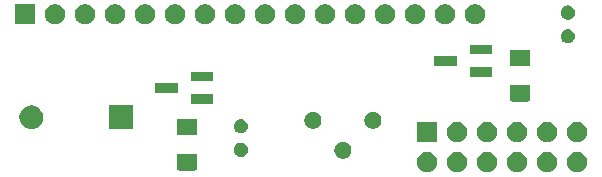
<source format=gbr>
G04 #@! TF.GenerationSoftware,KiCad,Pcbnew,5.1.5+dfsg1-2build2*
G04 #@! TF.CreationDate,2020-11-20T08:54:09-05:00*
G04 #@! TF.ProjectId,portb_lcd_mod,706f7274-625f-46c6-9364-5f6d6f642e6b,rev?*
G04 #@! TF.SameCoordinates,Original*
G04 #@! TF.FileFunction,Soldermask,Top*
G04 #@! TF.FilePolarity,Negative*
%FSLAX46Y46*%
G04 Gerber Fmt 4.6, Leading zero omitted, Abs format (unit mm)*
G04 Created by KiCad (PCBNEW 5.1.5+dfsg1-2build2) date 2020-11-20 08:54:09*
%MOMM*%
%LPD*%
G04 APERTURE LIST*
%ADD10C,0.100000*%
G04 APERTURE END LIST*
D10*
G36*
X167633936Y-111704665D02*
G01*
X167788626Y-111768739D01*
X167849628Y-111809500D01*
X167927844Y-111861762D01*
X168046238Y-111980156D01*
X168075199Y-112023500D01*
X168139261Y-112119374D01*
X168203335Y-112274064D01*
X168236000Y-112438282D01*
X168236000Y-112605718D01*
X168203335Y-112769936D01*
X168139261Y-112924626D01*
X168099254Y-112984500D01*
X168046238Y-113063844D01*
X167927844Y-113182238D01*
X167874072Y-113218167D01*
X167788626Y-113275261D01*
X167633936Y-113339335D01*
X167469718Y-113372000D01*
X167302282Y-113372000D01*
X167138064Y-113339335D01*
X166983374Y-113275261D01*
X166897928Y-113218167D01*
X166844156Y-113182238D01*
X166725762Y-113063844D01*
X166672746Y-112984500D01*
X166632739Y-112924626D01*
X166568665Y-112769936D01*
X166536000Y-112605718D01*
X166536000Y-112438282D01*
X166568665Y-112274064D01*
X166632739Y-112119374D01*
X166696801Y-112023500D01*
X166725762Y-111980156D01*
X166844156Y-111861762D01*
X166922372Y-111809500D01*
X166983374Y-111768739D01*
X167138064Y-111704665D01*
X167302282Y-111672000D01*
X167469718Y-111672000D01*
X167633936Y-111704665D01*
G37*
G36*
X165093936Y-111704665D02*
G01*
X165248626Y-111768739D01*
X165309628Y-111809500D01*
X165387844Y-111861762D01*
X165506238Y-111980156D01*
X165535199Y-112023500D01*
X165599261Y-112119374D01*
X165663335Y-112274064D01*
X165696000Y-112438282D01*
X165696000Y-112605718D01*
X165663335Y-112769936D01*
X165599261Y-112924626D01*
X165559254Y-112984500D01*
X165506238Y-113063844D01*
X165387844Y-113182238D01*
X165334072Y-113218167D01*
X165248626Y-113275261D01*
X165093936Y-113339335D01*
X164929718Y-113372000D01*
X164762282Y-113372000D01*
X164598064Y-113339335D01*
X164443374Y-113275261D01*
X164357928Y-113218167D01*
X164304156Y-113182238D01*
X164185762Y-113063844D01*
X164132746Y-112984500D01*
X164092739Y-112924626D01*
X164028665Y-112769936D01*
X163996000Y-112605718D01*
X163996000Y-112438282D01*
X164028665Y-112274064D01*
X164092739Y-112119374D01*
X164156801Y-112023500D01*
X164185762Y-111980156D01*
X164304156Y-111861762D01*
X164382372Y-111809500D01*
X164443374Y-111768739D01*
X164598064Y-111704665D01*
X164762282Y-111672000D01*
X164929718Y-111672000D01*
X165093936Y-111704665D01*
G37*
G36*
X154933936Y-111704665D02*
G01*
X155088626Y-111768739D01*
X155149628Y-111809500D01*
X155227844Y-111861762D01*
X155346238Y-111980156D01*
X155375199Y-112023500D01*
X155439261Y-112119374D01*
X155503335Y-112274064D01*
X155536000Y-112438282D01*
X155536000Y-112605718D01*
X155503335Y-112769936D01*
X155439261Y-112924626D01*
X155399254Y-112984500D01*
X155346238Y-113063844D01*
X155227844Y-113182238D01*
X155174072Y-113218167D01*
X155088626Y-113275261D01*
X154933936Y-113339335D01*
X154769718Y-113372000D01*
X154602282Y-113372000D01*
X154438064Y-113339335D01*
X154283374Y-113275261D01*
X154197928Y-113218167D01*
X154144156Y-113182238D01*
X154025762Y-113063844D01*
X153972746Y-112984500D01*
X153932739Y-112924626D01*
X153868665Y-112769936D01*
X153836000Y-112605718D01*
X153836000Y-112438282D01*
X153868665Y-112274064D01*
X153932739Y-112119374D01*
X153996801Y-112023500D01*
X154025762Y-111980156D01*
X154144156Y-111861762D01*
X154222372Y-111809500D01*
X154283374Y-111768739D01*
X154438064Y-111704665D01*
X154602282Y-111672000D01*
X154769718Y-111672000D01*
X154933936Y-111704665D01*
G37*
G36*
X157473936Y-111704665D02*
G01*
X157628626Y-111768739D01*
X157689628Y-111809500D01*
X157767844Y-111861762D01*
X157886238Y-111980156D01*
X157915199Y-112023500D01*
X157979261Y-112119374D01*
X158043335Y-112274064D01*
X158076000Y-112438282D01*
X158076000Y-112605718D01*
X158043335Y-112769936D01*
X157979261Y-112924626D01*
X157939254Y-112984500D01*
X157886238Y-113063844D01*
X157767844Y-113182238D01*
X157714072Y-113218167D01*
X157628626Y-113275261D01*
X157473936Y-113339335D01*
X157309718Y-113372000D01*
X157142282Y-113372000D01*
X156978064Y-113339335D01*
X156823374Y-113275261D01*
X156737928Y-113218167D01*
X156684156Y-113182238D01*
X156565762Y-113063844D01*
X156512746Y-112984500D01*
X156472739Y-112924626D01*
X156408665Y-112769936D01*
X156376000Y-112605718D01*
X156376000Y-112438282D01*
X156408665Y-112274064D01*
X156472739Y-112119374D01*
X156536801Y-112023500D01*
X156565762Y-111980156D01*
X156684156Y-111861762D01*
X156762372Y-111809500D01*
X156823374Y-111768739D01*
X156978064Y-111704665D01*
X157142282Y-111672000D01*
X157309718Y-111672000D01*
X157473936Y-111704665D01*
G37*
G36*
X162553936Y-111704665D02*
G01*
X162708626Y-111768739D01*
X162769628Y-111809500D01*
X162847844Y-111861762D01*
X162966238Y-111980156D01*
X162995199Y-112023500D01*
X163059261Y-112119374D01*
X163123335Y-112274064D01*
X163156000Y-112438282D01*
X163156000Y-112605718D01*
X163123335Y-112769936D01*
X163059261Y-112924626D01*
X163019254Y-112984500D01*
X162966238Y-113063844D01*
X162847844Y-113182238D01*
X162794072Y-113218167D01*
X162708626Y-113275261D01*
X162553936Y-113339335D01*
X162389718Y-113372000D01*
X162222282Y-113372000D01*
X162058064Y-113339335D01*
X161903374Y-113275261D01*
X161817928Y-113218167D01*
X161764156Y-113182238D01*
X161645762Y-113063844D01*
X161592746Y-112984500D01*
X161552739Y-112924626D01*
X161488665Y-112769936D01*
X161456000Y-112605718D01*
X161456000Y-112438282D01*
X161488665Y-112274064D01*
X161552739Y-112119374D01*
X161616801Y-112023500D01*
X161645762Y-111980156D01*
X161764156Y-111861762D01*
X161842372Y-111809500D01*
X161903374Y-111768739D01*
X162058064Y-111704665D01*
X162222282Y-111672000D01*
X162389718Y-111672000D01*
X162553936Y-111704665D01*
G37*
G36*
X160013936Y-111704665D02*
G01*
X160168626Y-111768739D01*
X160229628Y-111809500D01*
X160307844Y-111861762D01*
X160426238Y-111980156D01*
X160455199Y-112023500D01*
X160519261Y-112119374D01*
X160583335Y-112274064D01*
X160616000Y-112438282D01*
X160616000Y-112605718D01*
X160583335Y-112769936D01*
X160519261Y-112924626D01*
X160479254Y-112984500D01*
X160426238Y-113063844D01*
X160307844Y-113182238D01*
X160254072Y-113218167D01*
X160168626Y-113275261D01*
X160013936Y-113339335D01*
X159849718Y-113372000D01*
X159682282Y-113372000D01*
X159518064Y-113339335D01*
X159363374Y-113275261D01*
X159277928Y-113218167D01*
X159224156Y-113182238D01*
X159105762Y-113063844D01*
X159052746Y-112984500D01*
X159012739Y-112924626D01*
X158948665Y-112769936D01*
X158916000Y-112605718D01*
X158916000Y-112438282D01*
X158948665Y-112274064D01*
X159012739Y-112119374D01*
X159076801Y-112023500D01*
X159105762Y-111980156D01*
X159224156Y-111861762D01*
X159302372Y-111809500D01*
X159363374Y-111768739D01*
X159518064Y-111704665D01*
X159682282Y-111672000D01*
X159849718Y-111672000D01*
X160013936Y-111704665D01*
G37*
G36*
X135071065Y-111813840D02*
G01*
X135110600Y-111825833D01*
X135147041Y-111845311D01*
X135178979Y-111871521D01*
X135205189Y-111903459D01*
X135224667Y-111939900D01*
X135236660Y-111979435D01*
X135241000Y-112023500D01*
X135241000Y-113020500D01*
X135236660Y-113064565D01*
X135224667Y-113104100D01*
X135205189Y-113140541D01*
X135178979Y-113172479D01*
X135147041Y-113198689D01*
X135110600Y-113218167D01*
X135071065Y-113230160D01*
X135027000Y-113234500D01*
X133705000Y-113234500D01*
X133660935Y-113230160D01*
X133621400Y-113218167D01*
X133584959Y-113198689D01*
X133553021Y-113172479D01*
X133526811Y-113140541D01*
X133507333Y-113104100D01*
X133495340Y-113064565D01*
X133491000Y-113020500D01*
X133491000Y-112023500D01*
X133495340Y-111979435D01*
X133507333Y-111939900D01*
X133526811Y-111903459D01*
X133553021Y-111871521D01*
X133584959Y-111845311D01*
X133621400Y-111825833D01*
X133660935Y-111813840D01*
X133705000Y-111809500D01*
X135027000Y-111809500D01*
X135071065Y-111813840D01*
G37*
G36*
X147691281Y-110795223D02*
G01*
X147784016Y-110813669D01*
X147915048Y-110867944D01*
X147915050Y-110867945D01*
X147958620Y-110897058D01*
X148032973Y-110946739D01*
X148133261Y-111047027D01*
X148212056Y-111164952D01*
X148266331Y-111295984D01*
X148294000Y-111435086D01*
X148294000Y-111576914D01*
X148266331Y-111716016D01*
X148219726Y-111828530D01*
X148212055Y-111847050D01*
X148195704Y-111871521D01*
X148133261Y-111964973D01*
X148032973Y-112065261D01*
X148019894Y-112074000D01*
X147915050Y-112144055D01*
X147915049Y-112144056D01*
X147915048Y-112144056D01*
X147784016Y-112198331D01*
X147691281Y-112216777D01*
X147644915Y-112226000D01*
X147503085Y-112226000D01*
X147456719Y-112216777D01*
X147363984Y-112198331D01*
X147232952Y-112144056D01*
X147232951Y-112144056D01*
X147232950Y-112144055D01*
X147128106Y-112074000D01*
X147115027Y-112065261D01*
X147014739Y-111964973D01*
X146952296Y-111871521D01*
X146935945Y-111847050D01*
X146928274Y-111828530D01*
X146881669Y-111716016D01*
X146854000Y-111576914D01*
X146854000Y-111435086D01*
X146881669Y-111295984D01*
X146935944Y-111164952D01*
X147014739Y-111047027D01*
X147115027Y-110946739D01*
X147189380Y-110897058D01*
X147232950Y-110867945D01*
X147232952Y-110867944D01*
X147363984Y-110813669D01*
X147456719Y-110795223D01*
X147503085Y-110786000D01*
X147644915Y-110786000D01*
X147691281Y-110795223D01*
G37*
G36*
X139113014Y-110897058D02*
G01*
X139222207Y-110942287D01*
X139320478Y-111007950D01*
X139404050Y-111091522D01*
X139469713Y-111189793D01*
X139514942Y-111298986D01*
X139538000Y-111414905D01*
X139538000Y-111533095D01*
X139514942Y-111649014D01*
X139469713Y-111758207D01*
X139404050Y-111856478D01*
X139320478Y-111940050D01*
X139222207Y-112005713D01*
X139113014Y-112050942D01*
X138997095Y-112074000D01*
X138878905Y-112074000D01*
X138762986Y-112050942D01*
X138653793Y-112005713D01*
X138555522Y-111940050D01*
X138471950Y-111856478D01*
X138406287Y-111758207D01*
X138361058Y-111649014D01*
X138338000Y-111533095D01*
X138338000Y-111414905D01*
X138361058Y-111298986D01*
X138406287Y-111189793D01*
X138471950Y-111091522D01*
X138555522Y-111007950D01*
X138653793Y-110942287D01*
X138762986Y-110897058D01*
X138878905Y-110874000D01*
X138997095Y-110874000D01*
X139113014Y-110897058D01*
G37*
G36*
X155536000Y-110832000D02*
G01*
X153836000Y-110832000D01*
X153836000Y-109132000D01*
X155536000Y-109132000D01*
X155536000Y-110832000D01*
G37*
G36*
X157473936Y-109164665D02*
G01*
X157628626Y-109228739D01*
X157698076Y-109275145D01*
X157767844Y-109321762D01*
X157886238Y-109440156D01*
X157932855Y-109509924D01*
X157979261Y-109579374D01*
X158043335Y-109734064D01*
X158076000Y-109898282D01*
X158076000Y-110065718D01*
X158043335Y-110229936D01*
X157979261Y-110384626D01*
X157932855Y-110454076D01*
X157886238Y-110523844D01*
X157767844Y-110642238D01*
X157698076Y-110688855D01*
X157628626Y-110735261D01*
X157473936Y-110799335D01*
X157309718Y-110832000D01*
X157142282Y-110832000D01*
X156978064Y-110799335D01*
X156823374Y-110735261D01*
X156753924Y-110688855D01*
X156684156Y-110642238D01*
X156565762Y-110523844D01*
X156519145Y-110454076D01*
X156472739Y-110384626D01*
X156408665Y-110229936D01*
X156376000Y-110065718D01*
X156376000Y-109898282D01*
X156408665Y-109734064D01*
X156472739Y-109579374D01*
X156519145Y-109509924D01*
X156565762Y-109440156D01*
X156684156Y-109321762D01*
X156753924Y-109275145D01*
X156823374Y-109228739D01*
X156978064Y-109164665D01*
X157142282Y-109132000D01*
X157309718Y-109132000D01*
X157473936Y-109164665D01*
G37*
G36*
X160013936Y-109164665D02*
G01*
X160168626Y-109228739D01*
X160238076Y-109275145D01*
X160307844Y-109321762D01*
X160426238Y-109440156D01*
X160472855Y-109509924D01*
X160519261Y-109579374D01*
X160583335Y-109734064D01*
X160616000Y-109898282D01*
X160616000Y-110065718D01*
X160583335Y-110229936D01*
X160519261Y-110384626D01*
X160472855Y-110454076D01*
X160426238Y-110523844D01*
X160307844Y-110642238D01*
X160238076Y-110688855D01*
X160168626Y-110735261D01*
X160013936Y-110799335D01*
X159849718Y-110832000D01*
X159682282Y-110832000D01*
X159518064Y-110799335D01*
X159363374Y-110735261D01*
X159293924Y-110688855D01*
X159224156Y-110642238D01*
X159105762Y-110523844D01*
X159059145Y-110454076D01*
X159012739Y-110384626D01*
X158948665Y-110229936D01*
X158916000Y-110065718D01*
X158916000Y-109898282D01*
X158948665Y-109734064D01*
X159012739Y-109579374D01*
X159059145Y-109509924D01*
X159105762Y-109440156D01*
X159224156Y-109321762D01*
X159293924Y-109275145D01*
X159363374Y-109228739D01*
X159518064Y-109164665D01*
X159682282Y-109132000D01*
X159849718Y-109132000D01*
X160013936Y-109164665D01*
G37*
G36*
X162553936Y-109164665D02*
G01*
X162708626Y-109228739D01*
X162778076Y-109275145D01*
X162847844Y-109321762D01*
X162966238Y-109440156D01*
X163012855Y-109509924D01*
X163059261Y-109579374D01*
X163123335Y-109734064D01*
X163156000Y-109898282D01*
X163156000Y-110065718D01*
X163123335Y-110229936D01*
X163059261Y-110384626D01*
X163012855Y-110454076D01*
X162966238Y-110523844D01*
X162847844Y-110642238D01*
X162778076Y-110688855D01*
X162708626Y-110735261D01*
X162553936Y-110799335D01*
X162389718Y-110832000D01*
X162222282Y-110832000D01*
X162058064Y-110799335D01*
X161903374Y-110735261D01*
X161833924Y-110688855D01*
X161764156Y-110642238D01*
X161645762Y-110523844D01*
X161599145Y-110454076D01*
X161552739Y-110384626D01*
X161488665Y-110229936D01*
X161456000Y-110065718D01*
X161456000Y-109898282D01*
X161488665Y-109734064D01*
X161552739Y-109579374D01*
X161599145Y-109509924D01*
X161645762Y-109440156D01*
X161764156Y-109321762D01*
X161833924Y-109275145D01*
X161903374Y-109228739D01*
X162058064Y-109164665D01*
X162222282Y-109132000D01*
X162389718Y-109132000D01*
X162553936Y-109164665D01*
G37*
G36*
X165093936Y-109164665D02*
G01*
X165248626Y-109228739D01*
X165318076Y-109275145D01*
X165387844Y-109321762D01*
X165506238Y-109440156D01*
X165552855Y-109509924D01*
X165599261Y-109579374D01*
X165663335Y-109734064D01*
X165696000Y-109898282D01*
X165696000Y-110065718D01*
X165663335Y-110229936D01*
X165599261Y-110384626D01*
X165552855Y-110454076D01*
X165506238Y-110523844D01*
X165387844Y-110642238D01*
X165318076Y-110688855D01*
X165248626Y-110735261D01*
X165093936Y-110799335D01*
X164929718Y-110832000D01*
X164762282Y-110832000D01*
X164598064Y-110799335D01*
X164443374Y-110735261D01*
X164373924Y-110688855D01*
X164304156Y-110642238D01*
X164185762Y-110523844D01*
X164139145Y-110454076D01*
X164092739Y-110384626D01*
X164028665Y-110229936D01*
X163996000Y-110065718D01*
X163996000Y-109898282D01*
X164028665Y-109734064D01*
X164092739Y-109579374D01*
X164139145Y-109509924D01*
X164185762Y-109440156D01*
X164304156Y-109321762D01*
X164373924Y-109275145D01*
X164443374Y-109228739D01*
X164598064Y-109164665D01*
X164762282Y-109132000D01*
X164929718Y-109132000D01*
X165093936Y-109164665D01*
G37*
G36*
X167633936Y-109164665D02*
G01*
X167788626Y-109228739D01*
X167858076Y-109275145D01*
X167927844Y-109321762D01*
X168046238Y-109440156D01*
X168092855Y-109509924D01*
X168139261Y-109579374D01*
X168203335Y-109734064D01*
X168236000Y-109898282D01*
X168236000Y-110065718D01*
X168203335Y-110229936D01*
X168139261Y-110384626D01*
X168092855Y-110454076D01*
X168046238Y-110523844D01*
X167927844Y-110642238D01*
X167858076Y-110688855D01*
X167788626Y-110735261D01*
X167633936Y-110799335D01*
X167469718Y-110832000D01*
X167302282Y-110832000D01*
X167138064Y-110799335D01*
X166983374Y-110735261D01*
X166913924Y-110688855D01*
X166844156Y-110642238D01*
X166725762Y-110523844D01*
X166679145Y-110454076D01*
X166632739Y-110384626D01*
X166568665Y-110229936D01*
X166536000Y-110065718D01*
X166536000Y-109898282D01*
X166568665Y-109734064D01*
X166632739Y-109579374D01*
X166679145Y-109509924D01*
X166725762Y-109440156D01*
X166844156Y-109321762D01*
X166913924Y-109275145D01*
X166983374Y-109228739D01*
X167138064Y-109164665D01*
X167302282Y-109132000D01*
X167469718Y-109132000D01*
X167633936Y-109164665D01*
G37*
G36*
X135071065Y-108838840D02*
G01*
X135110600Y-108850833D01*
X135147041Y-108870311D01*
X135178979Y-108896521D01*
X135205189Y-108928459D01*
X135224667Y-108964900D01*
X135236660Y-109004435D01*
X135241000Y-109048500D01*
X135241000Y-110045500D01*
X135236660Y-110089565D01*
X135224667Y-110129100D01*
X135205189Y-110165541D01*
X135178979Y-110197479D01*
X135147041Y-110223689D01*
X135110600Y-110243167D01*
X135071065Y-110255160D01*
X135027000Y-110259500D01*
X133705000Y-110259500D01*
X133660935Y-110255160D01*
X133621400Y-110243167D01*
X133584959Y-110223689D01*
X133553021Y-110197479D01*
X133526811Y-110165541D01*
X133507333Y-110129100D01*
X133495340Y-110089565D01*
X133491000Y-110045500D01*
X133491000Y-109048500D01*
X133495340Y-109004435D01*
X133507333Y-108964900D01*
X133526811Y-108928459D01*
X133553021Y-108896521D01*
X133584959Y-108870311D01*
X133621400Y-108850833D01*
X133660935Y-108838840D01*
X133705000Y-108834500D01*
X135027000Y-108834500D01*
X135071065Y-108838840D01*
G37*
G36*
X139113014Y-108897058D02*
G01*
X139222207Y-108942287D01*
X139320478Y-109007950D01*
X139404050Y-109091522D01*
X139469713Y-109189793D01*
X139514942Y-109298986D01*
X139538000Y-109414905D01*
X139538000Y-109533095D01*
X139514942Y-109649014D01*
X139469713Y-109758207D01*
X139404050Y-109856478D01*
X139320478Y-109940050D01*
X139222207Y-110005713D01*
X139113014Y-110050942D01*
X138997095Y-110074000D01*
X138878905Y-110074000D01*
X138762986Y-110050942D01*
X138653793Y-110005713D01*
X138555522Y-109940050D01*
X138471950Y-109856478D01*
X138406287Y-109758207D01*
X138361058Y-109649014D01*
X138338000Y-109533095D01*
X138338000Y-109414905D01*
X138361058Y-109298986D01*
X138406287Y-109189793D01*
X138471950Y-109091522D01*
X138555522Y-109007950D01*
X138653793Y-108942287D01*
X138762986Y-108897058D01*
X138878905Y-108874000D01*
X138997095Y-108874000D01*
X139113014Y-108897058D01*
G37*
G36*
X121373090Y-107731215D02*
G01*
X121469689Y-107750429D01*
X121651678Y-107825811D01*
X121815463Y-107935249D01*
X121954751Y-108074537D01*
X122064189Y-108238322D01*
X122139571Y-108420311D01*
X122139571Y-108420313D01*
X122178000Y-108613507D01*
X122178000Y-108810493D01*
X122164844Y-108876633D01*
X122139571Y-109003689D01*
X122064189Y-109185678D01*
X121954751Y-109349463D01*
X121815463Y-109488751D01*
X121651678Y-109598189D01*
X121469689Y-109673571D01*
X121407203Y-109686000D01*
X121276493Y-109712000D01*
X121079507Y-109712000D01*
X120948797Y-109686000D01*
X120886311Y-109673571D01*
X120704322Y-109598189D01*
X120540537Y-109488751D01*
X120401249Y-109349463D01*
X120291811Y-109185678D01*
X120216429Y-109003689D01*
X120191156Y-108876633D01*
X120178000Y-108810493D01*
X120178000Y-108613507D01*
X120216429Y-108420313D01*
X120216429Y-108420311D01*
X120291811Y-108238322D01*
X120401249Y-108074537D01*
X120540537Y-107935249D01*
X120704322Y-107825811D01*
X120886311Y-107750429D01*
X120982910Y-107731215D01*
X121079507Y-107712000D01*
X121276493Y-107712000D01*
X121373090Y-107731215D01*
G37*
G36*
X129778000Y-109712000D02*
G01*
X127778000Y-109712000D01*
X127778000Y-107712000D01*
X129778000Y-107712000D01*
X129778000Y-109712000D01*
G37*
G36*
X150231281Y-108255223D02*
G01*
X150324016Y-108273669D01*
X150455048Y-108327944D01*
X150455050Y-108327945D01*
X150514011Y-108367342D01*
X150572973Y-108406739D01*
X150673261Y-108507027D01*
X150752056Y-108624952D01*
X150806331Y-108755984D01*
X150806331Y-108755986D01*
X150834000Y-108895085D01*
X150834000Y-109036915D01*
X150824777Y-109083281D01*
X150806331Y-109176016D01*
X150784492Y-109228740D01*
X150752055Y-109307050D01*
X150723717Y-109349461D01*
X150673261Y-109424973D01*
X150572973Y-109525261D01*
X150514011Y-109564658D01*
X150455050Y-109604055D01*
X150455049Y-109604056D01*
X150455048Y-109604056D01*
X150324016Y-109658331D01*
X150247399Y-109673571D01*
X150184915Y-109686000D01*
X150043085Y-109686000D01*
X149980601Y-109673571D01*
X149903984Y-109658331D01*
X149772952Y-109604056D01*
X149772951Y-109604056D01*
X149772950Y-109604055D01*
X149713989Y-109564658D01*
X149655027Y-109525261D01*
X149554739Y-109424973D01*
X149504283Y-109349461D01*
X149475945Y-109307050D01*
X149443508Y-109228740D01*
X149421669Y-109176016D01*
X149403223Y-109083281D01*
X149394000Y-109036915D01*
X149394000Y-108895085D01*
X149421669Y-108755986D01*
X149421669Y-108755984D01*
X149475944Y-108624952D01*
X149554739Y-108507027D01*
X149655027Y-108406739D01*
X149713990Y-108367341D01*
X149772950Y-108327945D01*
X149772952Y-108327944D01*
X149903984Y-108273669D01*
X149996719Y-108255223D01*
X150043085Y-108246000D01*
X150184915Y-108246000D01*
X150231281Y-108255223D01*
G37*
G36*
X145151281Y-108255223D02*
G01*
X145244016Y-108273669D01*
X145375048Y-108327944D01*
X145375050Y-108327945D01*
X145434011Y-108367342D01*
X145492973Y-108406739D01*
X145593261Y-108507027D01*
X145672056Y-108624952D01*
X145726331Y-108755984D01*
X145726331Y-108755986D01*
X145754000Y-108895085D01*
X145754000Y-109036915D01*
X145744777Y-109083281D01*
X145726331Y-109176016D01*
X145704492Y-109228740D01*
X145672055Y-109307050D01*
X145643717Y-109349461D01*
X145593261Y-109424973D01*
X145492973Y-109525261D01*
X145434011Y-109564658D01*
X145375050Y-109604055D01*
X145375049Y-109604056D01*
X145375048Y-109604056D01*
X145244016Y-109658331D01*
X145167399Y-109673571D01*
X145104915Y-109686000D01*
X144963085Y-109686000D01*
X144900601Y-109673571D01*
X144823984Y-109658331D01*
X144692952Y-109604056D01*
X144692951Y-109604056D01*
X144692950Y-109604055D01*
X144633989Y-109564658D01*
X144575027Y-109525261D01*
X144474739Y-109424973D01*
X144424283Y-109349461D01*
X144395945Y-109307050D01*
X144363508Y-109228740D01*
X144341669Y-109176016D01*
X144323223Y-109083281D01*
X144314000Y-109036915D01*
X144314000Y-108895085D01*
X144341669Y-108755986D01*
X144341669Y-108755984D01*
X144395944Y-108624952D01*
X144474739Y-108507027D01*
X144575027Y-108406739D01*
X144633990Y-108367341D01*
X144692950Y-108327945D01*
X144692952Y-108327944D01*
X144823984Y-108273669D01*
X144916719Y-108255223D01*
X144963085Y-108246000D01*
X145104915Y-108246000D01*
X145151281Y-108255223D01*
G37*
G36*
X136586000Y-107588000D02*
G01*
X134686000Y-107588000D01*
X134686000Y-106788000D01*
X136586000Y-106788000D01*
X136586000Y-107588000D01*
G37*
G36*
X163265065Y-105971840D02*
G01*
X163304600Y-105983833D01*
X163341041Y-106003311D01*
X163372979Y-106029521D01*
X163399189Y-106061459D01*
X163418667Y-106097900D01*
X163430660Y-106137435D01*
X163435000Y-106181500D01*
X163435000Y-107178500D01*
X163430660Y-107222565D01*
X163418667Y-107262100D01*
X163399189Y-107298541D01*
X163372979Y-107330479D01*
X163341041Y-107356689D01*
X163304600Y-107376167D01*
X163265065Y-107388160D01*
X163221000Y-107392500D01*
X161899000Y-107392500D01*
X161854935Y-107388160D01*
X161815400Y-107376167D01*
X161778959Y-107356689D01*
X161747021Y-107330479D01*
X161720811Y-107298541D01*
X161701333Y-107262100D01*
X161689340Y-107222565D01*
X161685000Y-107178500D01*
X161685000Y-106181500D01*
X161689340Y-106137435D01*
X161701333Y-106097900D01*
X161720811Y-106061459D01*
X161747021Y-106029521D01*
X161778959Y-106003311D01*
X161815400Y-105983833D01*
X161854935Y-105971840D01*
X161899000Y-105967500D01*
X163221000Y-105967500D01*
X163265065Y-105971840D01*
G37*
G36*
X133586000Y-106638000D02*
G01*
X131686000Y-106638000D01*
X131686000Y-105838000D01*
X133586000Y-105838000D01*
X133586000Y-106638000D01*
G37*
G36*
X136586000Y-105688000D02*
G01*
X134686000Y-105688000D01*
X134686000Y-104888000D01*
X136586000Y-104888000D01*
X136586000Y-105688000D01*
G37*
G36*
X160208000Y-105302000D02*
G01*
X158308000Y-105302000D01*
X158308000Y-104502000D01*
X160208000Y-104502000D01*
X160208000Y-105302000D01*
G37*
G36*
X163265065Y-102996840D02*
G01*
X163304600Y-103008833D01*
X163341041Y-103028311D01*
X163372979Y-103054521D01*
X163399189Y-103086459D01*
X163418667Y-103122900D01*
X163430660Y-103162435D01*
X163435000Y-103206500D01*
X163435000Y-104203500D01*
X163430660Y-104247565D01*
X163418667Y-104287100D01*
X163399189Y-104323541D01*
X163372979Y-104355479D01*
X163341041Y-104381689D01*
X163304600Y-104401167D01*
X163265065Y-104413160D01*
X163221000Y-104417500D01*
X161899000Y-104417500D01*
X161854935Y-104413160D01*
X161815400Y-104401167D01*
X161778959Y-104381689D01*
X161747021Y-104355479D01*
X161720811Y-104323541D01*
X161701333Y-104287100D01*
X161689340Y-104247565D01*
X161685000Y-104203500D01*
X161685000Y-103206500D01*
X161689340Y-103162435D01*
X161701333Y-103122900D01*
X161720811Y-103086459D01*
X161747021Y-103054521D01*
X161778959Y-103028311D01*
X161815400Y-103008833D01*
X161854935Y-102996840D01*
X161899000Y-102992500D01*
X163221000Y-102992500D01*
X163265065Y-102996840D01*
G37*
G36*
X157208000Y-104352000D02*
G01*
X155308000Y-104352000D01*
X155308000Y-103552000D01*
X157208000Y-103552000D01*
X157208000Y-104352000D01*
G37*
G36*
X160208000Y-103402000D02*
G01*
X158308000Y-103402000D01*
X158308000Y-102602000D01*
X160208000Y-102602000D01*
X160208000Y-103402000D01*
G37*
G36*
X166799014Y-101277058D02*
G01*
X166908207Y-101322287D01*
X167006478Y-101387950D01*
X167090050Y-101471522D01*
X167155713Y-101569793D01*
X167200942Y-101678986D01*
X167224000Y-101794905D01*
X167224000Y-101913095D01*
X167200942Y-102029014D01*
X167155713Y-102138207D01*
X167090050Y-102236478D01*
X167006478Y-102320050D01*
X166908207Y-102385713D01*
X166799014Y-102430942D01*
X166683095Y-102454000D01*
X166564905Y-102454000D01*
X166448986Y-102430942D01*
X166339793Y-102385713D01*
X166241522Y-102320050D01*
X166157950Y-102236478D01*
X166092287Y-102138207D01*
X166047058Y-102029014D01*
X166024000Y-101913095D01*
X166024000Y-101794905D01*
X166047058Y-101678986D01*
X166092287Y-101569793D01*
X166157950Y-101471522D01*
X166241522Y-101387950D01*
X166339793Y-101322287D01*
X166448986Y-101277058D01*
X166564905Y-101254000D01*
X166683095Y-101254000D01*
X166799014Y-101277058D01*
G37*
G36*
X153917936Y-99182665D02*
G01*
X154072626Y-99246739D01*
X154142076Y-99293145D01*
X154211844Y-99339762D01*
X154330238Y-99458156D01*
X154376855Y-99527924D01*
X154423261Y-99597374D01*
X154487335Y-99752064D01*
X154520000Y-99916282D01*
X154520000Y-100083718D01*
X154487335Y-100247936D01*
X154423261Y-100402626D01*
X154388933Y-100454000D01*
X154330238Y-100541844D01*
X154211844Y-100660238D01*
X154142076Y-100706855D01*
X154072626Y-100753261D01*
X153917936Y-100817335D01*
X153753718Y-100850000D01*
X153586282Y-100850000D01*
X153422064Y-100817335D01*
X153267374Y-100753261D01*
X153197924Y-100706855D01*
X153128156Y-100660238D01*
X153009762Y-100541844D01*
X152951067Y-100454000D01*
X152916739Y-100402626D01*
X152852665Y-100247936D01*
X152820000Y-100083718D01*
X152820000Y-99916282D01*
X152852665Y-99752064D01*
X152916739Y-99597374D01*
X152963145Y-99527924D01*
X153009762Y-99458156D01*
X153128156Y-99339762D01*
X153197924Y-99293145D01*
X153267374Y-99246739D01*
X153422064Y-99182665D01*
X153586282Y-99150000D01*
X153753718Y-99150000D01*
X153917936Y-99182665D01*
G37*
G36*
X131057936Y-99182665D02*
G01*
X131212626Y-99246739D01*
X131282076Y-99293145D01*
X131351844Y-99339762D01*
X131470238Y-99458156D01*
X131516855Y-99527924D01*
X131563261Y-99597374D01*
X131627335Y-99752064D01*
X131660000Y-99916282D01*
X131660000Y-100083718D01*
X131627335Y-100247936D01*
X131563261Y-100402626D01*
X131528933Y-100454000D01*
X131470238Y-100541844D01*
X131351844Y-100660238D01*
X131282076Y-100706855D01*
X131212626Y-100753261D01*
X131057936Y-100817335D01*
X130893718Y-100850000D01*
X130726282Y-100850000D01*
X130562064Y-100817335D01*
X130407374Y-100753261D01*
X130337924Y-100706855D01*
X130268156Y-100660238D01*
X130149762Y-100541844D01*
X130091067Y-100454000D01*
X130056739Y-100402626D01*
X129992665Y-100247936D01*
X129960000Y-100083718D01*
X129960000Y-99916282D01*
X129992665Y-99752064D01*
X130056739Y-99597374D01*
X130103145Y-99527924D01*
X130149762Y-99458156D01*
X130268156Y-99339762D01*
X130337924Y-99293145D01*
X130407374Y-99246739D01*
X130562064Y-99182665D01*
X130726282Y-99150000D01*
X130893718Y-99150000D01*
X131057936Y-99182665D01*
G37*
G36*
X141217936Y-99182665D02*
G01*
X141372626Y-99246739D01*
X141442076Y-99293145D01*
X141511844Y-99339762D01*
X141630238Y-99458156D01*
X141676855Y-99527924D01*
X141723261Y-99597374D01*
X141787335Y-99752064D01*
X141820000Y-99916282D01*
X141820000Y-100083718D01*
X141787335Y-100247936D01*
X141723261Y-100402626D01*
X141688933Y-100454000D01*
X141630238Y-100541844D01*
X141511844Y-100660238D01*
X141442076Y-100706855D01*
X141372626Y-100753261D01*
X141217936Y-100817335D01*
X141053718Y-100850000D01*
X140886282Y-100850000D01*
X140722064Y-100817335D01*
X140567374Y-100753261D01*
X140497924Y-100706855D01*
X140428156Y-100660238D01*
X140309762Y-100541844D01*
X140251067Y-100454000D01*
X140216739Y-100402626D01*
X140152665Y-100247936D01*
X140120000Y-100083718D01*
X140120000Y-99916282D01*
X140152665Y-99752064D01*
X140216739Y-99597374D01*
X140263145Y-99527924D01*
X140309762Y-99458156D01*
X140428156Y-99339762D01*
X140497924Y-99293145D01*
X140567374Y-99246739D01*
X140722064Y-99182665D01*
X140886282Y-99150000D01*
X141053718Y-99150000D01*
X141217936Y-99182665D01*
G37*
G36*
X128517936Y-99182665D02*
G01*
X128672626Y-99246739D01*
X128742076Y-99293145D01*
X128811844Y-99339762D01*
X128930238Y-99458156D01*
X128976855Y-99527924D01*
X129023261Y-99597374D01*
X129087335Y-99752064D01*
X129120000Y-99916282D01*
X129120000Y-100083718D01*
X129087335Y-100247936D01*
X129023261Y-100402626D01*
X128988933Y-100454000D01*
X128930238Y-100541844D01*
X128811844Y-100660238D01*
X128742076Y-100706855D01*
X128672626Y-100753261D01*
X128517936Y-100817335D01*
X128353718Y-100850000D01*
X128186282Y-100850000D01*
X128022064Y-100817335D01*
X127867374Y-100753261D01*
X127797924Y-100706855D01*
X127728156Y-100660238D01*
X127609762Y-100541844D01*
X127551067Y-100454000D01*
X127516739Y-100402626D01*
X127452665Y-100247936D01*
X127420000Y-100083718D01*
X127420000Y-99916282D01*
X127452665Y-99752064D01*
X127516739Y-99597374D01*
X127563145Y-99527924D01*
X127609762Y-99458156D01*
X127728156Y-99339762D01*
X127797924Y-99293145D01*
X127867374Y-99246739D01*
X128022064Y-99182665D01*
X128186282Y-99150000D01*
X128353718Y-99150000D01*
X128517936Y-99182665D01*
G37*
G36*
X125977936Y-99182665D02*
G01*
X126132626Y-99246739D01*
X126202076Y-99293145D01*
X126271844Y-99339762D01*
X126390238Y-99458156D01*
X126436855Y-99527924D01*
X126483261Y-99597374D01*
X126547335Y-99752064D01*
X126580000Y-99916282D01*
X126580000Y-100083718D01*
X126547335Y-100247936D01*
X126483261Y-100402626D01*
X126448933Y-100454000D01*
X126390238Y-100541844D01*
X126271844Y-100660238D01*
X126202076Y-100706855D01*
X126132626Y-100753261D01*
X125977936Y-100817335D01*
X125813718Y-100850000D01*
X125646282Y-100850000D01*
X125482064Y-100817335D01*
X125327374Y-100753261D01*
X125257924Y-100706855D01*
X125188156Y-100660238D01*
X125069762Y-100541844D01*
X125011067Y-100454000D01*
X124976739Y-100402626D01*
X124912665Y-100247936D01*
X124880000Y-100083718D01*
X124880000Y-99916282D01*
X124912665Y-99752064D01*
X124976739Y-99597374D01*
X125023145Y-99527924D01*
X125069762Y-99458156D01*
X125188156Y-99339762D01*
X125257924Y-99293145D01*
X125327374Y-99246739D01*
X125482064Y-99182665D01*
X125646282Y-99150000D01*
X125813718Y-99150000D01*
X125977936Y-99182665D01*
G37*
G36*
X123437936Y-99182665D02*
G01*
X123592626Y-99246739D01*
X123662076Y-99293145D01*
X123731844Y-99339762D01*
X123850238Y-99458156D01*
X123896855Y-99527924D01*
X123943261Y-99597374D01*
X124007335Y-99752064D01*
X124040000Y-99916282D01*
X124040000Y-100083718D01*
X124007335Y-100247936D01*
X123943261Y-100402626D01*
X123908933Y-100454000D01*
X123850238Y-100541844D01*
X123731844Y-100660238D01*
X123662076Y-100706855D01*
X123592626Y-100753261D01*
X123437936Y-100817335D01*
X123273718Y-100850000D01*
X123106282Y-100850000D01*
X122942064Y-100817335D01*
X122787374Y-100753261D01*
X122717924Y-100706855D01*
X122648156Y-100660238D01*
X122529762Y-100541844D01*
X122471067Y-100454000D01*
X122436739Y-100402626D01*
X122372665Y-100247936D01*
X122340000Y-100083718D01*
X122340000Y-99916282D01*
X122372665Y-99752064D01*
X122436739Y-99597374D01*
X122483145Y-99527924D01*
X122529762Y-99458156D01*
X122648156Y-99339762D01*
X122717924Y-99293145D01*
X122787374Y-99246739D01*
X122942064Y-99182665D01*
X123106282Y-99150000D01*
X123273718Y-99150000D01*
X123437936Y-99182665D01*
G37*
G36*
X133597936Y-99182665D02*
G01*
X133752626Y-99246739D01*
X133822076Y-99293145D01*
X133891844Y-99339762D01*
X134010238Y-99458156D01*
X134056855Y-99527924D01*
X134103261Y-99597374D01*
X134167335Y-99752064D01*
X134200000Y-99916282D01*
X134200000Y-100083718D01*
X134167335Y-100247936D01*
X134103261Y-100402626D01*
X134068933Y-100454000D01*
X134010238Y-100541844D01*
X133891844Y-100660238D01*
X133822076Y-100706855D01*
X133752626Y-100753261D01*
X133597936Y-100817335D01*
X133433718Y-100850000D01*
X133266282Y-100850000D01*
X133102064Y-100817335D01*
X132947374Y-100753261D01*
X132877924Y-100706855D01*
X132808156Y-100660238D01*
X132689762Y-100541844D01*
X132631067Y-100454000D01*
X132596739Y-100402626D01*
X132532665Y-100247936D01*
X132500000Y-100083718D01*
X132500000Y-99916282D01*
X132532665Y-99752064D01*
X132596739Y-99597374D01*
X132643145Y-99527924D01*
X132689762Y-99458156D01*
X132808156Y-99339762D01*
X132877924Y-99293145D01*
X132947374Y-99246739D01*
X133102064Y-99182665D01*
X133266282Y-99150000D01*
X133433718Y-99150000D01*
X133597936Y-99182665D01*
G37*
G36*
X136137936Y-99182665D02*
G01*
X136292626Y-99246739D01*
X136362076Y-99293145D01*
X136431844Y-99339762D01*
X136550238Y-99458156D01*
X136596855Y-99527924D01*
X136643261Y-99597374D01*
X136707335Y-99752064D01*
X136740000Y-99916282D01*
X136740000Y-100083718D01*
X136707335Y-100247936D01*
X136643261Y-100402626D01*
X136608933Y-100454000D01*
X136550238Y-100541844D01*
X136431844Y-100660238D01*
X136362076Y-100706855D01*
X136292626Y-100753261D01*
X136137936Y-100817335D01*
X135973718Y-100850000D01*
X135806282Y-100850000D01*
X135642064Y-100817335D01*
X135487374Y-100753261D01*
X135417924Y-100706855D01*
X135348156Y-100660238D01*
X135229762Y-100541844D01*
X135171067Y-100454000D01*
X135136739Y-100402626D01*
X135072665Y-100247936D01*
X135040000Y-100083718D01*
X135040000Y-99916282D01*
X135072665Y-99752064D01*
X135136739Y-99597374D01*
X135183145Y-99527924D01*
X135229762Y-99458156D01*
X135348156Y-99339762D01*
X135417924Y-99293145D01*
X135487374Y-99246739D01*
X135642064Y-99182665D01*
X135806282Y-99150000D01*
X135973718Y-99150000D01*
X136137936Y-99182665D01*
G37*
G36*
X121500000Y-100850000D02*
G01*
X119800000Y-100850000D01*
X119800000Y-99150000D01*
X121500000Y-99150000D01*
X121500000Y-100850000D01*
G37*
G36*
X158997936Y-99182665D02*
G01*
X159152626Y-99246739D01*
X159222076Y-99293145D01*
X159291844Y-99339762D01*
X159410238Y-99458156D01*
X159456855Y-99527924D01*
X159503261Y-99597374D01*
X159567335Y-99752064D01*
X159600000Y-99916282D01*
X159600000Y-100083718D01*
X159567335Y-100247936D01*
X159503261Y-100402626D01*
X159468933Y-100454000D01*
X159410238Y-100541844D01*
X159291844Y-100660238D01*
X159222076Y-100706855D01*
X159152626Y-100753261D01*
X158997936Y-100817335D01*
X158833718Y-100850000D01*
X158666282Y-100850000D01*
X158502064Y-100817335D01*
X158347374Y-100753261D01*
X158277924Y-100706855D01*
X158208156Y-100660238D01*
X158089762Y-100541844D01*
X158031067Y-100454000D01*
X157996739Y-100402626D01*
X157932665Y-100247936D01*
X157900000Y-100083718D01*
X157900000Y-99916282D01*
X157932665Y-99752064D01*
X157996739Y-99597374D01*
X158043145Y-99527924D01*
X158089762Y-99458156D01*
X158208156Y-99339762D01*
X158277924Y-99293145D01*
X158347374Y-99246739D01*
X158502064Y-99182665D01*
X158666282Y-99150000D01*
X158833718Y-99150000D01*
X158997936Y-99182665D01*
G37*
G36*
X156457936Y-99182665D02*
G01*
X156612626Y-99246739D01*
X156682076Y-99293145D01*
X156751844Y-99339762D01*
X156870238Y-99458156D01*
X156916855Y-99527924D01*
X156963261Y-99597374D01*
X157027335Y-99752064D01*
X157060000Y-99916282D01*
X157060000Y-100083718D01*
X157027335Y-100247936D01*
X156963261Y-100402626D01*
X156928933Y-100454000D01*
X156870238Y-100541844D01*
X156751844Y-100660238D01*
X156682076Y-100706855D01*
X156612626Y-100753261D01*
X156457936Y-100817335D01*
X156293718Y-100850000D01*
X156126282Y-100850000D01*
X155962064Y-100817335D01*
X155807374Y-100753261D01*
X155737924Y-100706855D01*
X155668156Y-100660238D01*
X155549762Y-100541844D01*
X155491067Y-100454000D01*
X155456739Y-100402626D01*
X155392665Y-100247936D01*
X155360000Y-100083718D01*
X155360000Y-99916282D01*
X155392665Y-99752064D01*
X155456739Y-99597374D01*
X155503145Y-99527924D01*
X155549762Y-99458156D01*
X155668156Y-99339762D01*
X155737924Y-99293145D01*
X155807374Y-99246739D01*
X155962064Y-99182665D01*
X156126282Y-99150000D01*
X156293718Y-99150000D01*
X156457936Y-99182665D01*
G37*
G36*
X151377936Y-99182665D02*
G01*
X151532626Y-99246739D01*
X151602076Y-99293145D01*
X151671844Y-99339762D01*
X151790238Y-99458156D01*
X151836855Y-99527924D01*
X151883261Y-99597374D01*
X151947335Y-99752064D01*
X151980000Y-99916282D01*
X151980000Y-100083718D01*
X151947335Y-100247936D01*
X151883261Y-100402626D01*
X151848933Y-100454000D01*
X151790238Y-100541844D01*
X151671844Y-100660238D01*
X151602076Y-100706855D01*
X151532626Y-100753261D01*
X151377936Y-100817335D01*
X151213718Y-100850000D01*
X151046282Y-100850000D01*
X150882064Y-100817335D01*
X150727374Y-100753261D01*
X150657924Y-100706855D01*
X150588156Y-100660238D01*
X150469762Y-100541844D01*
X150411067Y-100454000D01*
X150376739Y-100402626D01*
X150312665Y-100247936D01*
X150280000Y-100083718D01*
X150280000Y-99916282D01*
X150312665Y-99752064D01*
X150376739Y-99597374D01*
X150423145Y-99527924D01*
X150469762Y-99458156D01*
X150588156Y-99339762D01*
X150657924Y-99293145D01*
X150727374Y-99246739D01*
X150882064Y-99182665D01*
X151046282Y-99150000D01*
X151213718Y-99150000D01*
X151377936Y-99182665D01*
G37*
G36*
X148837936Y-99182665D02*
G01*
X148992626Y-99246739D01*
X149062076Y-99293145D01*
X149131844Y-99339762D01*
X149250238Y-99458156D01*
X149296855Y-99527924D01*
X149343261Y-99597374D01*
X149407335Y-99752064D01*
X149440000Y-99916282D01*
X149440000Y-100083718D01*
X149407335Y-100247936D01*
X149343261Y-100402626D01*
X149308933Y-100454000D01*
X149250238Y-100541844D01*
X149131844Y-100660238D01*
X149062076Y-100706855D01*
X148992626Y-100753261D01*
X148837936Y-100817335D01*
X148673718Y-100850000D01*
X148506282Y-100850000D01*
X148342064Y-100817335D01*
X148187374Y-100753261D01*
X148117924Y-100706855D01*
X148048156Y-100660238D01*
X147929762Y-100541844D01*
X147871067Y-100454000D01*
X147836739Y-100402626D01*
X147772665Y-100247936D01*
X147740000Y-100083718D01*
X147740000Y-99916282D01*
X147772665Y-99752064D01*
X147836739Y-99597374D01*
X147883145Y-99527924D01*
X147929762Y-99458156D01*
X148048156Y-99339762D01*
X148117924Y-99293145D01*
X148187374Y-99246739D01*
X148342064Y-99182665D01*
X148506282Y-99150000D01*
X148673718Y-99150000D01*
X148837936Y-99182665D01*
G37*
G36*
X146297936Y-99182665D02*
G01*
X146452626Y-99246739D01*
X146522076Y-99293145D01*
X146591844Y-99339762D01*
X146710238Y-99458156D01*
X146756855Y-99527924D01*
X146803261Y-99597374D01*
X146867335Y-99752064D01*
X146900000Y-99916282D01*
X146900000Y-100083718D01*
X146867335Y-100247936D01*
X146803261Y-100402626D01*
X146768933Y-100454000D01*
X146710238Y-100541844D01*
X146591844Y-100660238D01*
X146522076Y-100706855D01*
X146452626Y-100753261D01*
X146297936Y-100817335D01*
X146133718Y-100850000D01*
X145966282Y-100850000D01*
X145802064Y-100817335D01*
X145647374Y-100753261D01*
X145577924Y-100706855D01*
X145508156Y-100660238D01*
X145389762Y-100541844D01*
X145331067Y-100454000D01*
X145296739Y-100402626D01*
X145232665Y-100247936D01*
X145200000Y-100083718D01*
X145200000Y-99916282D01*
X145232665Y-99752064D01*
X145296739Y-99597374D01*
X145343145Y-99527924D01*
X145389762Y-99458156D01*
X145508156Y-99339762D01*
X145577924Y-99293145D01*
X145647374Y-99246739D01*
X145802064Y-99182665D01*
X145966282Y-99150000D01*
X146133718Y-99150000D01*
X146297936Y-99182665D01*
G37*
G36*
X143757936Y-99182665D02*
G01*
X143912626Y-99246739D01*
X143982076Y-99293145D01*
X144051844Y-99339762D01*
X144170238Y-99458156D01*
X144216855Y-99527924D01*
X144263261Y-99597374D01*
X144327335Y-99752064D01*
X144360000Y-99916282D01*
X144360000Y-100083718D01*
X144327335Y-100247936D01*
X144263261Y-100402626D01*
X144228933Y-100454000D01*
X144170238Y-100541844D01*
X144051844Y-100660238D01*
X143982076Y-100706855D01*
X143912626Y-100753261D01*
X143757936Y-100817335D01*
X143593718Y-100850000D01*
X143426282Y-100850000D01*
X143262064Y-100817335D01*
X143107374Y-100753261D01*
X143037924Y-100706855D01*
X142968156Y-100660238D01*
X142849762Y-100541844D01*
X142791067Y-100454000D01*
X142756739Y-100402626D01*
X142692665Y-100247936D01*
X142660000Y-100083718D01*
X142660000Y-99916282D01*
X142692665Y-99752064D01*
X142756739Y-99597374D01*
X142803145Y-99527924D01*
X142849762Y-99458156D01*
X142968156Y-99339762D01*
X143037924Y-99293145D01*
X143107374Y-99246739D01*
X143262064Y-99182665D01*
X143426282Y-99150000D01*
X143593718Y-99150000D01*
X143757936Y-99182665D01*
G37*
G36*
X138677936Y-99182665D02*
G01*
X138832626Y-99246739D01*
X138902076Y-99293145D01*
X138971844Y-99339762D01*
X139090238Y-99458156D01*
X139136855Y-99527924D01*
X139183261Y-99597374D01*
X139247335Y-99752064D01*
X139280000Y-99916282D01*
X139280000Y-100083718D01*
X139247335Y-100247936D01*
X139183261Y-100402626D01*
X139148933Y-100454000D01*
X139090238Y-100541844D01*
X138971844Y-100660238D01*
X138902076Y-100706855D01*
X138832626Y-100753261D01*
X138677936Y-100817335D01*
X138513718Y-100850000D01*
X138346282Y-100850000D01*
X138182064Y-100817335D01*
X138027374Y-100753261D01*
X137957924Y-100706855D01*
X137888156Y-100660238D01*
X137769762Y-100541844D01*
X137711067Y-100454000D01*
X137676739Y-100402626D01*
X137612665Y-100247936D01*
X137580000Y-100083718D01*
X137580000Y-99916282D01*
X137612665Y-99752064D01*
X137676739Y-99597374D01*
X137723145Y-99527924D01*
X137769762Y-99458156D01*
X137888156Y-99339762D01*
X137957924Y-99293145D01*
X138027374Y-99246739D01*
X138182064Y-99182665D01*
X138346282Y-99150000D01*
X138513718Y-99150000D01*
X138677936Y-99182665D01*
G37*
G36*
X166799014Y-99277058D02*
G01*
X166908207Y-99322287D01*
X167006478Y-99387950D01*
X167090050Y-99471522D01*
X167155713Y-99569793D01*
X167200942Y-99678986D01*
X167224000Y-99794905D01*
X167224000Y-99913095D01*
X167200942Y-100029014D01*
X167155713Y-100138207D01*
X167090050Y-100236478D01*
X167006478Y-100320050D01*
X166908207Y-100385713D01*
X166799014Y-100430942D01*
X166683095Y-100454000D01*
X166564905Y-100454000D01*
X166448986Y-100430942D01*
X166339793Y-100385713D01*
X166241522Y-100320050D01*
X166157950Y-100236478D01*
X166092287Y-100138207D01*
X166047058Y-100029014D01*
X166024000Y-99913095D01*
X166024000Y-99794905D01*
X166047058Y-99678986D01*
X166092287Y-99569793D01*
X166157950Y-99471522D01*
X166241522Y-99387950D01*
X166339793Y-99322287D01*
X166448986Y-99277058D01*
X166564905Y-99254000D01*
X166683095Y-99254000D01*
X166799014Y-99277058D01*
G37*
M02*

</source>
